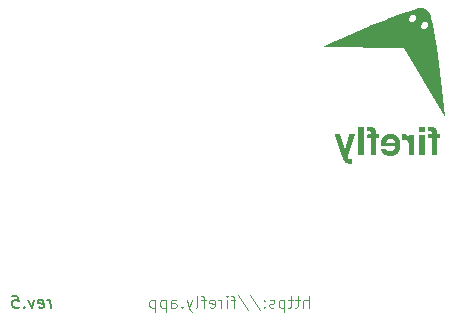
<source format=gbr>
%TF.GenerationSoftware,KiCad,Pcbnew,7.0.10*%
%TF.CreationDate,2024-04-07T01:49:58-04:00*%
%TF.ProjectId,pixie-rev-4,70697869-652d-4726-9576-2d342e6b6963,rev?*%
%TF.SameCoordinates,Original*%
%TF.FileFunction,Legend,Bot*%
%TF.FilePolarity,Positive*%
%FSLAX46Y46*%
G04 Gerber Fmt 4.6, Leading zero omitted, Abs format (unit mm)*
G04 Created by KiCad (PCBNEW 7.0.10) date 2024-04-07 01:49:58*
%MOMM*%
%LPD*%
G01*
G04 APERTURE LIST*
%ADD10C,0.125000*%
%ADD11C,0.150000*%
%ADD12C,5.000000*%
%ADD13C,0.500000*%
%ADD14O,1.300000X2.100000*%
%ADD15O,1.300000X2.500000*%
G04 APERTURE END LIST*
D10*
X126714286Y-98756119D02*
X126714286Y-97756119D01*
X126285715Y-98756119D02*
X126285715Y-98232309D01*
X126285715Y-98232309D02*
X126333334Y-98137071D01*
X126333334Y-98137071D02*
X126428572Y-98089452D01*
X126428572Y-98089452D02*
X126571429Y-98089452D01*
X126571429Y-98089452D02*
X126666667Y-98137071D01*
X126666667Y-98137071D02*
X126714286Y-98184690D01*
X125952381Y-98089452D02*
X125571429Y-98089452D01*
X125809524Y-97756119D02*
X125809524Y-98613261D01*
X125809524Y-98613261D02*
X125761905Y-98708500D01*
X125761905Y-98708500D02*
X125666667Y-98756119D01*
X125666667Y-98756119D02*
X125571429Y-98756119D01*
X125380952Y-98089452D02*
X125000000Y-98089452D01*
X125238095Y-97756119D02*
X125238095Y-98613261D01*
X125238095Y-98613261D02*
X125190476Y-98708500D01*
X125190476Y-98708500D02*
X125095238Y-98756119D01*
X125095238Y-98756119D02*
X125000000Y-98756119D01*
X124666666Y-98089452D02*
X124666666Y-99089452D01*
X124666666Y-98137071D02*
X124571428Y-98089452D01*
X124571428Y-98089452D02*
X124380952Y-98089452D01*
X124380952Y-98089452D02*
X124285714Y-98137071D01*
X124285714Y-98137071D02*
X124238095Y-98184690D01*
X124238095Y-98184690D02*
X124190476Y-98279928D01*
X124190476Y-98279928D02*
X124190476Y-98565642D01*
X124190476Y-98565642D02*
X124238095Y-98660880D01*
X124238095Y-98660880D02*
X124285714Y-98708500D01*
X124285714Y-98708500D02*
X124380952Y-98756119D01*
X124380952Y-98756119D02*
X124571428Y-98756119D01*
X124571428Y-98756119D02*
X124666666Y-98708500D01*
X123809523Y-98708500D02*
X123714285Y-98756119D01*
X123714285Y-98756119D02*
X123523809Y-98756119D01*
X123523809Y-98756119D02*
X123428571Y-98708500D01*
X123428571Y-98708500D02*
X123380952Y-98613261D01*
X123380952Y-98613261D02*
X123380952Y-98565642D01*
X123380952Y-98565642D02*
X123428571Y-98470404D01*
X123428571Y-98470404D02*
X123523809Y-98422785D01*
X123523809Y-98422785D02*
X123666666Y-98422785D01*
X123666666Y-98422785D02*
X123761904Y-98375166D01*
X123761904Y-98375166D02*
X123809523Y-98279928D01*
X123809523Y-98279928D02*
X123809523Y-98232309D01*
X123809523Y-98232309D02*
X123761904Y-98137071D01*
X123761904Y-98137071D02*
X123666666Y-98089452D01*
X123666666Y-98089452D02*
X123523809Y-98089452D01*
X123523809Y-98089452D02*
X123428571Y-98137071D01*
X122952380Y-98660880D02*
X122904761Y-98708500D01*
X122904761Y-98708500D02*
X122952380Y-98756119D01*
X122952380Y-98756119D02*
X122999999Y-98708500D01*
X122999999Y-98708500D02*
X122952380Y-98660880D01*
X122952380Y-98660880D02*
X122952380Y-98756119D01*
X122952380Y-98137071D02*
X122904761Y-98184690D01*
X122904761Y-98184690D02*
X122952380Y-98232309D01*
X122952380Y-98232309D02*
X122999999Y-98184690D01*
X122999999Y-98184690D02*
X122952380Y-98137071D01*
X122952380Y-98137071D02*
X122952380Y-98232309D01*
X121761905Y-97708500D02*
X122619047Y-98994214D01*
X120714286Y-97708500D02*
X121571428Y-98994214D01*
X120523809Y-98089452D02*
X120142857Y-98089452D01*
X120380952Y-98756119D02*
X120380952Y-97898976D01*
X120380952Y-97898976D02*
X120333333Y-97803738D01*
X120333333Y-97803738D02*
X120238095Y-97756119D01*
X120238095Y-97756119D02*
X120142857Y-97756119D01*
X119809523Y-98756119D02*
X119809523Y-98089452D01*
X119809523Y-97756119D02*
X119857142Y-97803738D01*
X119857142Y-97803738D02*
X119809523Y-97851357D01*
X119809523Y-97851357D02*
X119761904Y-97803738D01*
X119761904Y-97803738D02*
X119809523Y-97756119D01*
X119809523Y-97756119D02*
X119809523Y-97851357D01*
X119333333Y-98756119D02*
X119333333Y-98089452D01*
X119333333Y-98279928D02*
X119285714Y-98184690D01*
X119285714Y-98184690D02*
X119238095Y-98137071D01*
X119238095Y-98137071D02*
X119142857Y-98089452D01*
X119142857Y-98089452D02*
X119047619Y-98089452D01*
X118333333Y-98708500D02*
X118428571Y-98756119D01*
X118428571Y-98756119D02*
X118619047Y-98756119D01*
X118619047Y-98756119D02*
X118714285Y-98708500D01*
X118714285Y-98708500D02*
X118761904Y-98613261D01*
X118761904Y-98613261D02*
X118761904Y-98232309D01*
X118761904Y-98232309D02*
X118714285Y-98137071D01*
X118714285Y-98137071D02*
X118619047Y-98089452D01*
X118619047Y-98089452D02*
X118428571Y-98089452D01*
X118428571Y-98089452D02*
X118333333Y-98137071D01*
X118333333Y-98137071D02*
X118285714Y-98232309D01*
X118285714Y-98232309D02*
X118285714Y-98327547D01*
X118285714Y-98327547D02*
X118761904Y-98422785D01*
X117999999Y-98089452D02*
X117619047Y-98089452D01*
X117857142Y-98756119D02*
X117857142Y-97898976D01*
X117857142Y-97898976D02*
X117809523Y-97803738D01*
X117809523Y-97803738D02*
X117714285Y-97756119D01*
X117714285Y-97756119D02*
X117619047Y-97756119D01*
X117142856Y-98756119D02*
X117238094Y-98708500D01*
X117238094Y-98708500D02*
X117285713Y-98613261D01*
X117285713Y-98613261D02*
X117285713Y-97756119D01*
X116857141Y-98089452D02*
X116619046Y-98756119D01*
X116380951Y-98089452D02*
X116619046Y-98756119D01*
X116619046Y-98756119D02*
X116714284Y-98994214D01*
X116714284Y-98994214D02*
X116761903Y-99041833D01*
X116761903Y-99041833D02*
X116857141Y-99089452D01*
X115999998Y-98660880D02*
X115952379Y-98708500D01*
X115952379Y-98708500D02*
X115999998Y-98756119D01*
X115999998Y-98756119D02*
X116047617Y-98708500D01*
X116047617Y-98708500D02*
X115999998Y-98660880D01*
X115999998Y-98660880D02*
X115999998Y-98756119D01*
X115095237Y-98756119D02*
X115095237Y-98232309D01*
X115095237Y-98232309D02*
X115142856Y-98137071D01*
X115142856Y-98137071D02*
X115238094Y-98089452D01*
X115238094Y-98089452D02*
X115428570Y-98089452D01*
X115428570Y-98089452D02*
X115523808Y-98137071D01*
X115095237Y-98708500D02*
X115190475Y-98756119D01*
X115190475Y-98756119D02*
X115428570Y-98756119D01*
X115428570Y-98756119D02*
X115523808Y-98708500D01*
X115523808Y-98708500D02*
X115571427Y-98613261D01*
X115571427Y-98613261D02*
X115571427Y-98518023D01*
X115571427Y-98518023D02*
X115523808Y-98422785D01*
X115523808Y-98422785D02*
X115428570Y-98375166D01*
X115428570Y-98375166D02*
X115190475Y-98375166D01*
X115190475Y-98375166D02*
X115095237Y-98327547D01*
X114619046Y-98089452D02*
X114619046Y-99089452D01*
X114619046Y-98137071D02*
X114523808Y-98089452D01*
X114523808Y-98089452D02*
X114333332Y-98089452D01*
X114333332Y-98089452D02*
X114238094Y-98137071D01*
X114238094Y-98137071D02*
X114190475Y-98184690D01*
X114190475Y-98184690D02*
X114142856Y-98279928D01*
X114142856Y-98279928D02*
X114142856Y-98565642D01*
X114142856Y-98565642D02*
X114190475Y-98660880D01*
X114190475Y-98660880D02*
X114238094Y-98708500D01*
X114238094Y-98708500D02*
X114333332Y-98756119D01*
X114333332Y-98756119D02*
X114523808Y-98756119D01*
X114523808Y-98756119D02*
X114619046Y-98708500D01*
X113714284Y-98089452D02*
X113714284Y-99089452D01*
X113714284Y-98137071D02*
X113619046Y-98089452D01*
X113619046Y-98089452D02*
X113428570Y-98089452D01*
X113428570Y-98089452D02*
X113333332Y-98137071D01*
X113333332Y-98137071D02*
X113285713Y-98184690D01*
X113285713Y-98184690D02*
X113238094Y-98279928D01*
X113238094Y-98279928D02*
X113238094Y-98565642D01*
X113238094Y-98565642D02*
X113285713Y-98660880D01*
X113285713Y-98660880D02*
X113333332Y-98708500D01*
X113333332Y-98708500D02*
X113428570Y-98756119D01*
X113428570Y-98756119D02*
X113619046Y-98756119D01*
X113619046Y-98756119D02*
X113714284Y-98708500D01*
D11*
X104901190Y-98754819D02*
X104817856Y-98088152D01*
X104841666Y-98278628D02*
X104782142Y-98183390D01*
X104782142Y-98183390D02*
X104728571Y-98135771D01*
X104728571Y-98135771D02*
X104627380Y-98088152D01*
X104627380Y-98088152D02*
X104532142Y-98088152D01*
X103895237Y-98707200D02*
X103996427Y-98754819D01*
X103996427Y-98754819D02*
X104186904Y-98754819D01*
X104186904Y-98754819D02*
X104276189Y-98707200D01*
X104276189Y-98707200D02*
X104311904Y-98611961D01*
X104311904Y-98611961D02*
X104264285Y-98231009D01*
X104264285Y-98231009D02*
X104204761Y-98135771D01*
X104204761Y-98135771D02*
X104103570Y-98088152D01*
X104103570Y-98088152D02*
X103913094Y-98088152D01*
X103913094Y-98088152D02*
X103823808Y-98135771D01*
X103823808Y-98135771D02*
X103788094Y-98231009D01*
X103788094Y-98231009D02*
X103799999Y-98326247D01*
X103799999Y-98326247D02*
X104288094Y-98421485D01*
X103436903Y-98088152D02*
X103282142Y-98754819D01*
X103282142Y-98754819D02*
X102960713Y-98088152D01*
X102651189Y-98659580D02*
X102609522Y-98707200D01*
X102609522Y-98707200D02*
X102663094Y-98754819D01*
X102663094Y-98754819D02*
X102704760Y-98707200D01*
X102704760Y-98707200D02*
X102651189Y-98659580D01*
X102651189Y-98659580D02*
X102663094Y-98754819D01*
X101585713Y-97754819D02*
X102061904Y-97754819D01*
X102061904Y-97754819D02*
X102169047Y-98231009D01*
X102169047Y-98231009D02*
X102115475Y-98183390D01*
X102115475Y-98183390D02*
X102014285Y-98135771D01*
X102014285Y-98135771D02*
X101776189Y-98135771D01*
X101776189Y-98135771D02*
X101686904Y-98183390D01*
X101686904Y-98183390D02*
X101645237Y-98231009D01*
X101645237Y-98231009D02*
X101609523Y-98326247D01*
X101609523Y-98326247D02*
X101639285Y-98564342D01*
X101639285Y-98564342D02*
X101698808Y-98659580D01*
X101698808Y-98659580D02*
X101752380Y-98707200D01*
X101752380Y-98707200D02*
X101853570Y-98754819D01*
X101853570Y-98754819D02*
X102091666Y-98754819D01*
X102091666Y-98754819D02*
X102180951Y-98707200D01*
X102180951Y-98707200D02*
X102222618Y-98659580D01*
%TO.C,branding-logo-1*%
G36*
X137215416Y-74788602D02*
G01*
X137331339Y-75332979D01*
X137571045Y-76736242D01*
X137775405Y-78165550D01*
X137943860Y-79532722D01*
X138170823Y-81727937D01*
X138247469Y-82616440D01*
X134762907Y-76766504D01*
X127952531Y-76671254D01*
X128759800Y-76294471D01*
X129654056Y-75888511D01*
X130773321Y-75395301D01*
X131786207Y-74966156D01*
X136246882Y-74966156D01*
X136249204Y-74996441D01*
X136251412Y-75011180D01*
X136254316Y-75025610D01*
X136257911Y-75039703D01*
X136262195Y-75053430D01*
X136267165Y-75066762D01*
X136272818Y-75079669D01*
X136279152Y-75092123D01*
X136286163Y-75104094D01*
X136293848Y-75115553D01*
X136302204Y-75126472D01*
X136311229Y-75136821D01*
X136320920Y-75146572D01*
X136331274Y-75155694D01*
X136342287Y-75164160D01*
X136353957Y-75171939D01*
X136366282Y-75179004D01*
X136378346Y-75185284D01*
X136390710Y-75190736D01*
X136403348Y-75195368D01*
X136416232Y-75199189D01*
X136429337Y-75202207D01*
X136442637Y-75204433D01*
X136456106Y-75205873D01*
X136469717Y-75206537D01*
X136483444Y-75206434D01*
X136497262Y-75205572D01*
X136511143Y-75203960D01*
X136525063Y-75201607D01*
X136538993Y-75198522D01*
X136552910Y-75194712D01*
X136566785Y-75190188D01*
X136580594Y-75184957D01*
X136594310Y-75179029D01*
X136607906Y-75172411D01*
X136621358Y-75165114D01*
X136634637Y-75157145D01*
X136647719Y-75148513D01*
X136660577Y-75139227D01*
X136673186Y-75129296D01*
X136685518Y-75118728D01*
X136697548Y-75107533D01*
X136709249Y-75095718D01*
X136720596Y-75083293D01*
X136731562Y-75070266D01*
X136742120Y-75056646D01*
X136752246Y-75042442D01*
X136761913Y-75027663D01*
X136771094Y-75012316D01*
X136787562Y-74980729D01*
X136801263Y-74948630D01*
X136812219Y-74916253D01*
X136820455Y-74883828D01*
X136825994Y-74851590D01*
X136828858Y-74819770D01*
X136829071Y-74788602D01*
X136826657Y-74758317D01*
X136821638Y-74729148D01*
X136814037Y-74701328D01*
X136809276Y-74687996D01*
X136803879Y-74675089D01*
X136797848Y-74662635D01*
X136791186Y-74650664D01*
X136783896Y-74639205D01*
X136775981Y-74628286D01*
X136767445Y-74617937D01*
X136758289Y-74608186D01*
X136748516Y-74599064D01*
X136738131Y-74590598D01*
X136727135Y-74582819D01*
X136715532Y-74575754D01*
X136703467Y-74569474D01*
X136691103Y-74564022D01*
X136678465Y-74559390D01*
X136665581Y-74555569D01*
X136652476Y-74552550D01*
X136639176Y-74550325D01*
X136625707Y-74548885D01*
X136612096Y-74548221D01*
X136598369Y-74548324D01*
X136584551Y-74549186D01*
X136570670Y-74550798D01*
X136556750Y-74553151D01*
X136542820Y-74556236D01*
X136528903Y-74560046D01*
X136515028Y-74564570D01*
X136501219Y-74569801D01*
X136487503Y-74575729D01*
X136473907Y-74582347D01*
X136460456Y-74589644D01*
X136447176Y-74597613D01*
X136434094Y-74606245D01*
X136421236Y-74615531D01*
X136408627Y-74625462D01*
X136396295Y-74636029D01*
X136384265Y-74647225D01*
X136372564Y-74659040D01*
X136361217Y-74671465D01*
X136350252Y-74684492D01*
X136339693Y-74698111D01*
X136329567Y-74712315D01*
X136319900Y-74727095D01*
X136310719Y-74742441D01*
X136292856Y-74774029D01*
X136277946Y-74806127D01*
X136265966Y-74838505D01*
X136256893Y-74870930D01*
X136250703Y-74903168D01*
X136247374Y-74934988D01*
X136246882Y-74966156D01*
X131786207Y-74966156D01*
X132041042Y-74858186D01*
X133255267Y-74370844D01*
X135218303Y-74370844D01*
X135220305Y-74401129D01*
X135225004Y-74430298D01*
X135228369Y-74444391D01*
X135232413Y-74458118D01*
X135237137Y-74471449D01*
X135242542Y-74484356D01*
X135248631Y-74496810D01*
X135255404Y-74508781D01*
X135262863Y-74520241D01*
X135271009Y-74531160D01*
X135279845Y-74541509D01*
X135289371Y-74551259D01*
X135299588Y-74560382D01*
X135310499Y-74568847D01*
X135322105Y-74576627D01*
X135334407Y-74583691D01*
X135346471Y-74589971D01*
X135358835Y-74595423D01*
X135371473Y-74600055D01*
X135384357Y-74603876D01*
X135397462Y-74606895D01*
X135410762Y-74609120D01*
X135424231Y-74610560D01*
X135437842Y-74611225D01*
X135451569Y-74611121D01*
X135465387Y-74610259D01*
X135479268Y-74608648D01*
X135493188Y-74606295D01*
X135507118Y-74603209D01*
X135521035Y-74599400D01*
X135534910Y-74594875D01*
X135548719Y-74589644D01*
X135562435Y-74583716D01*
X135576031Y-74577099D01*
X135589483Y-74569801D01*
X135602762Y-74561832D01*
X135615844Y-74553200D01*
X135628702Y-74543915D01*
X135641311Y-74533984D01*
X135653643Y-74523416D01*
X135665673Y-74512220D01*
X135677374Y-74500406D01*
X135688721Y-74487981D01*
X135699686Y-74474954D01*
X135710245Y-74461334D01*
X135720371Y-74447130D01*
X135730038Y-74432350D01*
X135739219Y-74417004D01*
X135755687Y-74385417D01*
X135769388Y-74353318D01*
X135780344Y-74320940D01*
X135788580Y-74288516D01*
X135794119Y-74256277D01*
X135796983Y-74224457D01*
X135797196Y-74193289D01*
X135794781Y-74163004D01*
X135789762Y-74133835D01*
X135782162Y-74106015D01*
X135777401Y-74092683D01*
X135772004Y-74079776D01*
X135765973Y-74067323D01*
X135759311Y-74055351D01*
X135752021Y-74043892D01*
X135744106Y-74032973D01*
X135735569Y-74022624D01*
X135726414Y-74012873D01*
X135716641Y-74003751D01*
X135706256Y-73995285D01*
X135695260Y-73987506D01*
X135683656Y-73980441D01*
X135671592Y-73974161D01*
X135659228Y-73968710D01*
X135646590Y-73964078D01*
X135633706Y-73960257D01*
X135620601Y-73957238D01*
X135607300Y-73955013D01*
X135593832Y-73953572D01*
X135580221Y-73952908D01*
X135566493Y-73953011D01*
X135552676Y-73953873D01*
X135538794Y-73955485D01*
X135524875Y-73957838D01*
X135510944Y-73960924D01*
X135497028Y-73964733D01*
X135483152Y-73969257D01*
X135469344Y-73974488D01*
X135455628Y-73980417D01*
X135442031Y-73987034D01*
X135428580Y-73994332D01*
X135415301Y-74002301D01*
X135402218Y-74010932D01*
X135389360Y-74020218D01*
X135376752Y-74030149D01*
X135364420Y-74040717D01*
X135352390Y-74051912D01*
X135340689Y-74063727D01*
X135329342Y-74076152D01*
X135318376Y-74089179D01*
X135307817Y-74102799D01*
X135297692Y-74117003D01*
X135288025Y-74131782D01*
X135278844Y-74147129D01*
X135262289Y-74178716D01*
X135248350Y-74210815D01*
X135237038Y-74243193D01*
X135228367Y-74275617D01*
X135222346Y-74307855D01*
X135218987Y-74339675D01*
X135218303Y-74370844D01*
X133255267Y-74370844D01*
X133380666Y-74320514D01*
X134053518Y-74065014D01*
X134715638Y-73825629D01*
X135357457Y-73607778D01*
X135969406Y-73416879D01*
X136014090Y-73405454D01*
X136058794Y-73396452D01*
X136103450Y-73389831D01*
X136147985Y-73385548D01*
X136192328Y-73383561D01*
X136236408Y-73383829D01*
X136280153Y-73386308D01*
X136323493Y-73390958D01*
X136366357Y-73397736D01*
X136408672Y-73406599D01*
X136450369Y-73417505D01*
X136491375Y-73430413D01*
X136531619Y-73445280D01*
X136571031Y-73462064D01*
X136609538Y-73480723D01*
X136647071Y-73501215D01*
X136683557Y-73523497D01*
X136718925Y-73547528D01*
X136753104Y-73573265D01*
X136786023Y-73600666D01*
X136817611Y-73629689D01*
X136847797Y-73660292D01*
X136876508Y-73692433D01*
X136903675Y-73726069D01*
X136929226Y-73761159D01*
X136953089Y-73797660D01*
X136975193Y-73835530D01*
X136995468Y-73874727D01*
X137013842Y-73915209D01*
X137030243Y-73956933D01*
X137044601Y-73999858D01*
X137056844Y-74043941D01*
X137088647Y-74193289D01*
X137215416Y-74788602D01*
G37*
%TO.C,branding-name-1*%
G36*
X136550878Y-85857250D02*
G01*
X136085212Y-85857250D01*
X136085212Y-84148042D01*
X136085273Y-84145097D01*
X136085457Y-84142215D01*
X136085761Y-84139400D01*
X136086183Y-84136652D01*
X136086721Y-84133975D01*
X136087374Y-84131368D01*
X136088139Y-84128836D01*
X136089015Y-84126379D01*
X136089999Y-84124000D01*
X136091090Y-84121700D01*
X136092285Y-84119481D01*
X136093583Y-84117346D01*
X136094982Y-84115296D01*
X136096480Y-84113333D01*
X136098074Y-84111460D01*
X136099764Y-84109677D01*
X136101546Y-84107988D01*
X136103420Y-84106393D01*
X136105383Y-84104896D01*
X136107432Y-84103497D01*
X136109568Y-84102199D01*
X136111786Y-84101003D01*
X136114086Y-84099913D01*
X136116466Y-84098929D01*
X136118922Y-84098053D01*
X136121455Y-84097288D01*
X136124061Y-84096635D01*
X136126739Y-84096097D01*
X136129486Y-84095675D01*
X136132302Y-84095371D01*
X136135183Y-84095187D01*
X136138128Y-84095125D01*
X136550878Y-84095125D01*
X136550878Y-85857250D01*
G37*
G36*
X136550878Y-83888750D02*
G01*
X136079920Y-83888750D01*
X136079920Y-83513042D01*
X136079981Y-83510097D01*
X136080165Y-83507215D01*
X136080469Y-83504400D01*
X136080891Y-83501652D01*
X136081430Y-83498975D01*
X136082082Y-83496369D01*
X136082848Y-83493836D01*
X136083723Y-83491379D01*
X136084707Y-83489000D01*
X136085798Y-83486700D01*
X136086993Y-83484481D01*
X136088291Y-83482346D01*
X136089690Y-83480296D01*
X136091188Y-83478333D01*
X136092782Y-83476460D01*
X136094472Y-83474677D01*
X136096254Y-83472988D01*
X136098128Y-83471393D01*
X136100091Y-83469896D01*
X136102141Y-83468497D01*
X136104276Y-83467199D01*
X136106494Y-83466003D01*
X136108794Y-83464913D01*
X136111174Y-83463929D01*
X136113631Y-83463053D01*
X136116163Y-83462288D01*
X136118769Y-83461635D01*
X136121447Y-83461097D01*
X136124195Y-83460675D01*
X136127010Y-83460371D01*
X136129891Y-83460187D01*
X136132837Y-83460125D01*
X136550878Y-83460125D01*
X136550878Y-83888750D01*
G37*
G36*
X131396795Y-85857250D02*
G01*
X130931128Y-85857250D01*
X130931128Y-83528917D01*
X130931190Y-83525972D01*
X130931373Y-83523090D01*
X130931677Y-83520275D01*
X130932099Y-83517527D01*
X130932638Y-83514850D01*
X130933291Y-83512244D01*
X130934056Y-83509711D01*
X130934931Y-83507254D01*
X130935915Y-83504875D01*
X130937006Y-83502575D01*
X130938202Y-83500356D01*
X130939500Y-83498221D01*
X130940898Y-83496171D01*
X130942396Y-83494208D01*
X130943991Y-83492335D01*
X130945680Y-83490552D01*
X130947463Y-83488863D01*
X130949336Y-83487268D01*
X130951299Y-83485771D01*
X130953349Y-83484372D01*
X130955484Y-83483074D01*
X130957703Y-83481878D01*
X130960003Y-83480788D01*
X130962382Y-83479804D01*
X130964839Y-83478928D01*
X130967371Y-83478163D01*
X130969977Y-83477510D01*
X130972655Y-83476972D01*
X130975403Y-83476550D01*
X130978218Y-83476246D01*
X130981099Y-83476062D01*
X130984045Y-83476000D01*
X131396795Y-83476000D01*
X131396795Y-85857250D01*
G37*
G36*
X129772253Y-85396875D02*
G01*
X130142670Y-84126875D01*
X130144776Y-84122971D01*
X130147114Y-84119206D01*
X130149670Y-84115597D01*
X130152427Y-84112157D01*
X130155370Y-84108904D01*
X130158483Y-84105853D01*
X130161752Y-84103018D01*
X130165160Y-84100417D01*
X130168692Y-84098063D01*
X130172333Y-84095972D01*
X130176066Y-84094161D01*
X130179878Y-84092644D01*
X130183751Y-84091438D01*
X130187670Y-84090557D01*
X130189643Y-84090243D01*
X130191621Y-84090017D01*
X130193603Y-84089879D01*
X130195587Y-84089833D01*
X130671837Y-84089833D01*
X130015671Y-85915458D01*
X130025582Y-85951663D01*
X130035432Y-85984829D01*
X130040314Y-86000253D01*
X130045157Y-86014894D01*
X130049954Y-86028745D01*
X130054697Y-86041797D01*
X130059377Y-86054043D01*
X130063988Y-86065475D01*
X130068521Y-86076086D01*
X130072969Y-86085867D01*
X130077324Y-86094810D01*
X130081579Y-86102909D01*
X130085724Y-86110156D01*
X130089754Y-86116542D01*
X130097255Y-86125222D01*
X130105856Y-86133399D01*
X130115543Y-86141064D01*
X130126300Y-86148209D01*
X130138110Y-86154828D01*
X130150960Y-86160911D01*
X130164832Y-86166452D01*
X130179712Y-86171443D01*
X130195585Y-86175875D01*
X130212434Y-86179742D01*
X130230244Y-86183035D01*
X130249000Y-86185747D01*
X130268686Y-86187869D01*
X130289287Y-86189395D01*
X130310787Y-86190316D01*
X130333170Y-86190625D01*
X130365830Y-86190542D01*
X130379772Y-86190346D01*
X130392040Y-86189964D01*
X130397527Y-86189683D01*
X130402572Y-86189333D01*
X130407167Y-86188906D01*
X130411305Y-86188393D01*
X130414978Y-86187787D01*
X130418178Y-86187080D01*
X130420897Y-86186265D01*
X130423128Y-86185333D01*
X130423128Y-86555750D01*
X130200879Y-86561042D01*
X130166833Y-86560608D01*
X130134144Y-86559305D01*
X130102804Y-86557135D01*
X130072804Y-86554096D01*
X130044138Y-86550190D01*
X130016797Y-86545415D01*
X129990774Y-86539772D01*
X129966061Y-86533261D01*
X129942650Y-86525881D01*
X129920534Y-86517634D01*
X129899705Y-86508518D01*
X129880154Y-86498534D01*
X129861875Y-86487682D01*
X129844859Y-86475962D01*
X129829099Y-86463373D01*
X129814587Y-86449917D01*
X129801444Y-86434724D01*
X129787819Y-86416927D01*
X129773730Y-86396525D01*
X129759190Y-86373518D01*
X129728825Y-86319692D01*
X129696848Y-86255448D01*
X129663382Y-86180786D01*
X129628552Y-86095706D01*
X129592482Y-86000208D01*
X129555296Y-85894292D01*
X128946754Y-84163917D01*
X128945389Y-84160926D01*
X128944266Y-84157912D01*
X128943380Y-84154883D01*
X128942724Y-84151845D01*
X128942292Y-84148808D01*
X128942080Y-84145778D01*
X128942081Y-84142764D01*
X128942289Y-84139774D01*
X128942699Y-84136814D01*
X128943305Y-84133893D01*
X128944100Y-84131018D01*
X128945080Y-84128198D01*
X128946238Y-84125440D01*
X128947568Y-84122751D01*
X128949065Y-84120141D01*
X128950723Y-84117615D01*
X128952536Y-84115182D01*
X128954498Y-84112850D01*
X128956603Y-84110627D01*
X128958846Y-84108520D01*
X128961221Y-84106537D01*
X128963722Y-84104685D01*
X128966343Y-84102974D01*
X128969078Y-84101409D01*
X128971922Y-84100000D01*
X128974868Y-84098753D01*
X128977912Y-84097677D01*
X128981046Y-84096779D01*
X128984266Y-84096067D01*
X128987565Y-84095549D01*
X128990938Y-84095233D01*
X128994379Y-84095125D01*
X128994379Y-84089833D01*
X129401837Y-84089833D01*
X129772253Y-85396875D01*
G37*
G36*
X134746808Y-84047764D02*
G01*
X134762856Y-84048553D01*
X134778690Y-84049868D01*
X134794314Y-84051707D01*
X134809728Y-84054069D01*
X134824935Y-84056953D01*
X134839936Y-84060359D01*
X134854734Y-84064285D01*
X134869330Y-84068730D01*
X134883727Y-84073694D01*
X134897926Y-84079175D01*
X134911929Y-84085172D01*
X134925739Y-84091685D01*
X134939356Y-84098713D01*
X134952784Y-84106254D01*
X134966024Y-84114307D01*
X134991948Y-84131948D01*
X135017142Y-84151628D01*
X135041624Y-84173339D01*
X135065408Y-84197072D01*
X135088510Y-84222822D01*
X135110945Y-84250578D01*
X135132729Y-84280335D01*
X135153878Y-84312084D01*
X135169670Y-84335979D01*
X135177412Y-84348081D01*
X135184967Y-84360370D01*
X135192274Y-84372907D01*
X135199271Y-84385753D01*
X135205896Y-84398972D01*
X135209049Y-84405741D01*
X135212086Y-84412625D01*
X135212086Y-84148042D01*
X135212148Y-84145097D01*
X135212332Y-84142215D01*
X135212636Y-84139400D01*
X135213058Y-84136652D01*
X135213596Y-84133975D01*
X135214249Y-84131368D01*
X135215014Y-84128836D01*
X135215890Y-84126379D01*
X135216874Y-84124000D01*
X135217965Y-84121700D01*
X135219160Y-84119481D01*
X135220458Y-84117346D01*
X135221857Y-84115296D01*
X135223354Y-84113333D01*
X135224949Y-84111460D01*
X135226639Y-84109677D01*
X135228421Y-84107988D01*
X135230295Y-84106393D01*
X135232257Y-84104896D01*
X135234307Y-84103497D01*
X135236443Y-84102199D01*
X135238661Y-84101003D01*
X135240961Y-84099913D01*
X135243340Y-84098929D01*
X135245797Y-84098053D01*
X135248330Y-84097288D01*
X135250936Y-84096635D01*
X135253614Y-84096097D01*
X135256361Y-84095675D01*
X135259177Y-84095371D01*
X135262058Y-84095187D01*
X135265003Y-84095125D01*
X135651295Y-84095125D01*
X135651295Y-85857250D01*
X135185628Y-85857250D01*
X135185628Y-84941792D01*
X135185195Y-84915437D01*
X135183902Y-84889950D01*
X135181756Y-84865331D01*
X135178766Y-84841581D01*
X135174938Y-84818699D01*
X135170280Y-84796684D01*
X135164801Y-84775538D01*
X135158508Y-84755261D01*
X135151409Y-84735851D01*
X135143512Y-84717309D01*
X135134824Y-84699636D01*
X135125353Y-84682831D01*
X135115107Y-84666894D01*
X135104093Y-84651825D01*
X135092320Y-84637624D01*
X135079795Y-84624292D01*
X135066462Y-84611767D01*
X135052261Y-84599994D01*
X135037193Y-84588980D01*
X135021256Y-84578734D01*
X135004450Y-84569263D01*
X134986777Y-84560575D01*
X134968236Y-84552677D01*
X134948826Y-84545578D01*
X134928548Y-84539285D01*
X134907402Y-84533806D01*
X134885388Y-84529149D01*
X134862506Y-84525321D01*
X134838755Y-84522330D01*
X134814137Y-84520184D01*
X134788650Y-84518891D01*
X134762295Y-84518458D01*
X134726659Y-84518541D01*
X134708996Y-84518738D01*
X134691519Y-84519120D01*
X134674290Y-84519750D01*
X134657371Y-84520691D01*
X134640824Y-84522004D01*
X134624712Y-84523750D01*
X134624712Y-84100417D01*
X134624788Y-84097937D01*
X134625015Y-84095462D01*
X134625387Y-84092997D01*
X134625900Y-84090547D01*
X134626549Y-84088115D01*
X134627328Y-84085708D01*
X134628233Y-84083330D01*
X134629259Y-84080986D01*
X134630402Y-84078681D01*
X134631656Y-84076420D01*
X134633016Y-84074206D01*
X134634478Y-84072046D01*
X134636038Y-84069945D01*
X134637689Y-84067906D01*
X134639427Y-84065935D01*
X134641248Y-84064037D01*
X134643146Y-84062216D01*
X134645117Y-84060477D01*
X134647156Y-84058826D01*
X134649258Y-84057267D01*
X134651418Y-84055805D01*
X134653631Y-84054444D01*
X134655893Y-84053190D01*
X134658198Y-84052048D01*
X134660542Y-84051021D01*
X134662920Y-84050116D01*
X134665327Y-84049337D01*
X134667758Y-84048689D01*
X134670209Y-84048176D01*
X134672674Y-84047804D01*
X134675149Y-84047577D01*
X134677628Y-84047500D01*
X134730545Y-84047500D01*
X134746808Y-84047764D01*
G37*
G36*
X137087755Y-83439455D02*
G01*
X137120807Y-83440943D01*
X137152743Y-83443423D01*
X137183563Y-83446896D01*
X137213267Y-83451361D01*
X137241854Y-83456818D01*
X137269325Y-83463267D01*
X137295680Y-83470709D01*
X137320919Y-83479142D01*
X137345041Y-83488568D01*
X137368048Y-83498986D01*
X137389938Y-83510396D01*
X137410712Y-83522798D01*
X137430370Y-83536193D01*
X137448911Y-83550580D01*
X137466336Y-83565958D01*
X137482647Y-83581398D01*
X137497849Y-83597946D01*
X137511950Y-83615595D01*
X137524958Y-83634337D01*
X137536881Y-83654164D01*
X137547727Y-83675068D01*
X137557503Y-83697042D01*
X137566217Y-83720078D01*
X137573876Y-83744169D01*
X137580490Y-83769305D01*
X137586064Y-83795481D01*
X137590608Y-83822687D01*
X137594128Y-83850917D01*
X137596633Y-83880162D01*
X137598131Y-83910414D01*
X137598628Y-83941667D01*
X137598628Y-84089834D01*
X137857920Y-84089834D01*
X137857920Y-84417917D01*
X137598628Y-84417917D01*
X137598628Y-85851958D01*
X137132961Y-85851958D01*
X137132961Y-84417917D01*
X136831336Y-84417917D01*
X136831336Y-84142750D01*
X136831398Y-84139805D01*
X136831582Y-84136924D01*
X136831886Y-84134108D01*
X136832308Y-84131361D01*
X136832846Y-84128683D01*
X136833499Y-84126077D01*
X136834264Y-84123544D01*
X136835140Y-84121088D01*
X136836124Y-84118708D01*
X136837215Y-84116408D01*
X136838410Y-84114190D01*
X136839708Y-84112055D01*
X136841107Y-84110005D01*
X136842604Y-84108042D01*
X136844199Y-84106168D01*
X136845889Y-84104386D01*
X136847671Y-84102696D01*
X136849545Y-84101102D01*
X136851507Y-84099604D01*
X136853557Y-84098205D01*
X136855693Y-84096907D01*
X136857911Y-84095712D01*
X136860211Y-84094621D01*
X136862590Y-84093637D01*
X136865047Y-84092762D01*
X136867580Y-84091996D01*
X136870186Y-84091344D01*
X136872864Y-84090805D01*
X136875611Y-84090383D01*
X136878427Y-84090079D01*
X136881308Y-84089895D01*
X136884253Y-84089834D01*
X137132961Y-84089834D01*
X137132961Y-84010459D01*
X137132837Y-83995945D01*
X137132465Y-83982161D01*
X137131845Y-83969089D01*
X137130977Y-83956715D01*
X137129861Y-83945023D01*
X137128497Y-83933998D01*
X137126884Y-83923624D01*
X137125024Y-83913886D01*
X137122915Y-83904767D01*
X137120559Y-83896254D01*
X137117954Y-83888329D01*
X137115102Y-83880978D01*
X137112001Y-83874185D01*
X137108653Y-83867935D01*
X137105056Y-83862212D01*
X137101211Y-83857000D01*
X137096996Y-83852224D01*
X137092292Y-83847812D01*
X137087108Y-83843757D01*
X137081450Y-83840050D01*
X137075328Y-83836685D01*
X137068748Y-83833653D01*
X137061719Y-83830946D01*
X137054248Y-83828558D01*
X137046343Y-83826479D01*
X137038011Y-83824702D01*
X137029261Y-83823221D01*
X137020100Y-83822026D01*
X137010536Y-83821110D01*
X137000577Y-83820465D01*
X136990230Y-83820084D01*
X136979503Y-83819959D01*
X136836628Y-83819959D01*
X136836628Y-83497167D01*
X136836690Y-83494687D01*
X136836872Y-83492212D01*
X136837173Y-83489747D01*
X136837590Y-83487297D01*
X136838118Y-83484865D01*
X136838756Y-83482458D01*
X136839501Y-83480081D01*
X136840349Y-83477737D01*
X136841298Y-83475431D01*
X136842345Y-83473170D01*
X136843487Y-83470956D01*
X136844721Y-83468797D01*
X136846044Y-83466695D01*
X136847453Y-83464656D01*
X136848946Y-83462685D01*
X136850519Y-83460787D01*
X136852169Y-83458966D01*
X136853895Y-83457227D01*
X136855692Y-83455576D01*
X136857557Y-83454017D01*
X136859489Y-83452555D01*
X136861483Y-83451194D01*
X136863538Y-83449940D01*
X136865650Y-83448798D01*
X136867816Y-83447771D01*
X136870033Y-83446866D01*
X136872299Y-83446087D01*
X136874610Y-83445439D01*
X136876964Y-83444926D01*
X136879358Y-83444554D01*
X136881789Y-83444327D01*
X136884253Y-83444250D01*
X136900366Y-83442504D01*
X136916913Y-83441191D01*
X136933832Y-83440250D01*
X136951061Y-83439620D01*
X136986201Y-83439041D01*
X137021837Y-83438959D01*
X137053587Y-83438959D01*
X137087755Y-83439455D01*
G37*
G36*
X131928381Y-83439455D02*
G01*
X131961433Y-83440943D01*
X131993369Y-83443423D01*
X132024189Y-83446896D01*
X132053892Y-83451361D01*
X132082480Y-83456818D01*
X132109951Y-83463267D01*
X132136306Y-83470709D01*
X132161545Y-83479142D01*
X132185667Y-83488568D01*
X132208673Y-83498986D01*
X132230563Y-83510396D01*
X132251337Y-83522798D01*
X132270995Y-83536193D01*
X132289537Y-83550580D01*
X132306962Y-83565958D01*
X132323272Y-83581398D01*
X132338474Y-83597946D01*
X132352575Y-83615595D01*
X132365584Y-83634337D01*
X132377507Y-83654164D01*
X132388352Y-83675068D01*
X132398128Y-83697042D01*
X132406842Y-83720078D01*
X132414502Y-83744169D01*
X132421115Y-83769305D01*
X132426690Y-83795481D01*
X132431233Y-83822687D01*
X132434754Y-83850917D01*
X132437259Y-83880162D01*
X132438756Y-83910414D01*
X132439254Y-83941667D01*
X132439254Y-84089834D01*
X132698545Y-84089834D01*
X132698545Y-84417917D01*
X132439254Y-84417917D01*
X132439254Y-85851958D01*
X131973587Y-85851958D01*
X131973587Y-84412625D01*
X131677254Y-84412625D01*
X131677254Y-84142750D01*
X131677315Y-84139805D01*
X131677499Y-84136924D01*
X131677803Y-84134108D01*
X131678225Y-84131361D01*
X131678764Y-84128683D01*
X131679416Y-84126077D01*
X131680181Y-84123544D01*
X131681057Y-84121088D01*
X131682041Y-84118708D01*
X131683132Y-84116408D01*
X131684327Y-84114190D01*
X131685625Y-84112055D01*
X131687024Y-84110005D01*
X131688522Y-84108042D01*
X131690116Y-84106168D01*
X131691806Y-84104386D01*
X131693588Y-84102696D01*
X131695462Y-84101102D01*
X131697424Y-84099604D01*
X131699474Y-84098205D01*
X131701610Y-84096907D01*
X131703828Y-84095712D01*
X131706128Y-84094621D01*
X131708507Y-84093637D01*
X131710964Y-84092762D01*
X131713497Y-84091996D01*
X131716103Y-84091344D01*
X131718781Y-84090805D01*
X131721528Y-84090383D01*
X131724344Y-84090079D01*
X131727225Y-84089895D01*
X131730170Y-84089834D01*
X131978879Y-84089834D01*
X131978879Y-84010459D01*
X131978755Y-83995945D01*
X131978383Y-83982161D01*
X131977763Y-83969089D01*
X131976894Y-83956715D01*
X131975778Y-83945023D01*
X131974414Y-83933998D01*
X131972802Y-83923624D01*
X131970941Y-83913886D01*
X131968833Y-83904767D01*
X131966476Y-83896254D01*
X131963872Y-83888329D01*
X131961019Y-83880978D01*
X131957919Y-83874185D01*
X131954570Y-83867935D01*
X131950974Y-83862212D01*
X131947129Y-83857000D01*
X131942913Y-83852224D01*
X131938210Y-83847812D01*
X131933025Y-83843757D01*
X131927368Y-83840050D01*
X131921245Y-83836685D01*
X131914666Y-83833653D01*
X131907636Y-83830946D01*
X131900165Y-83828558D01*
X131892260Y-83826479D01*
X131883928Y-83824702D01*
X131875178Y-83823221D01*
X131866017Y-83822026D01*
X131856453Y-83821110D01*
X131846494Y-83820465D01*
X131836147Y-83820084D01*
X131825420Y-83819959D01*
X131677254Y-83819959D01*
X131677254Y-83497167D01*
X131677315Y-83494687D01*
X131677498Y-83492212D01*
X131677799Y-83489747D01*
X131678215Y-83487297D01*
X131678743Y-83484865D01*
X131679381Y-83482458D01*
X131680126Y-83480081D01*
X131680974Y-83477737D01*
X131681923Y-83475431D01*
X131682970Y-83473170D01*
X131684112Y-83470956D01*
X131685346Y-83468797D01*
X131686669Y-83466695D01*
X131688078Y-83464656D01*
X131689571Y-83462685D01*
X131691144Y-83460787D01*
X131692795Y-83458966D01*
X131694520Y-83457227D01*
X131696317Y-83455576D01*
X131698182Y-83454017D01*
X131700114Y-83452555D01*
X131702108Y-83451194D01*
X131704163Y-83449940D01*
X131706275Y-83448798D01*
X131708441Y-83447771D01*
X131710658Y-83446866D01*
X131712924Y-83446087D01*
X131715235Y-83445439D01*
X131717589Y-83444926D01*
X131719983Y-83444554D01*
X131722413Y-83444327D01*
X131724878Y-83444250D01*
X131740991Y-83442504D01*
X131757538Y-83441191D01*
X131774457Y-83440250D01*
X131791686Y-83439620D01*
X131826826Y-83439041D01*
X131862462Y-83438959D01*
X131894212Y-83438959D01*
X131928381Y-83439455D01*
G37*
G36*
X134484606Y-84795500D02*
G01*
X134488947Y-84844651D01*
X134491551Y-84895181D01*
X134492419Y-84947084D01*
X134491553Y-85002892D01*
X134488957Y-85057196D01*
X134484641Y-85109981D01*
X134478611Y-85161231D01*
X134470877Y-85210931D01*
X134461445Y-85259065D01*
X134450323Y-85305617D01*
X134437518Y-85350573D01*
X134423040Y-85393917D01*
X134406895Y-85435633D01*
X134389091Y-85475705D01*
X134369636Y-85514119D01*
X134348538Y-85550858D01*
X134325804Y-85585908D01*
X134301443Y-85619252D01*
X134275461Y-85650875D01*
X134247928Y-85680701D01*
X134218907Y-85708660D01*
X134188397Y-85734742D01*
X134156399Y-85758941D01*
X134122912Y-85781248D01*
X134087938Y-85801657D01*
X134051475Y-85820158D01*
X134013524Y-85836745D01*
X133974084Y-85851409D01*
X133933157Y-85864144D01*
X133890741Y-85874940D01*
X133846837Y-85883791D01*
X133801444Y-85890689D01*
X133754563Y-85895625D01*
X133706194Y-85898593D01*
X133656337Y-85899584D01*
X133616088Y-85899024D01*
X133576693Y-85897341D01*
X133538135Y-85894526D01*
X133500398Y-85890571D01*
X133463467Y-85885469D01*
X133427327Y-85879213D01*
X133391963Y-85871793D01*
X133357357Y-85863203D01*
X133323497Y-85853435D01*
X133290364Y-85842481D01*
X133257945Y-85830333D01*
X133226223Y-85816984D01*
X133195184Y-85802425D01*
X133164811Y-85786650D01*
X133135090Y-85769650D01*
X133106004Y-85751417D01*
X133082686Y-85735170D01*
X133060353Y-85718179D01*
X133038996Y-85700443D01*
X133018608Y-85681964D01*
X132999182Y-85662740D01*
X132980709Y-85642773D01*
X132963181Y-85622061D01*
X132946592Y-85600605D01*
X132930933Y-85578404D01*
X132916196Y-85555460D01*
X132902374Y-85531772D01*
X132889458Y-85507339D01*
X132877442Y-85482162D01*
X132866318Y-85456241D01*
X132856077Y-85429576D01*
X132846712Y-85402167D01*
X132845827Y-85399176D01*
X132845155Y-85396162D01*
X132844690Y-85393133D01*
X132844428Y-85390096D01*
X132844363Y-85387058D01*
X132844491Y-85384029D01*
X132844807Y-85381015D01*
X132845306Y-85378024D01*
X132845984Y-85375064D01*
X132846835Y-85372143D01*
X132847854Y-85369269D01*
X132849037Y-85366448D01*
X132850379Y-85363690D01*
X132851876Y-85361002D01*
X132853521Y-85358391D01*
X132855311Y-85355865D01*
X132857240Y-85353432D01*
X132859304Y-85351100D01*
X132861498Y-85348877D01*
X132863817Y-85346770D01*
X132866256Y-85344787D01*
X132868810Y-85342936D01*
X132871475Y-85341224D01*
X132874245Y-85339659D01*
X132877116Y-85338250D01*
X132880083Y-85337003D01*
X132883141Y-85335927D01*
X132886286Y-85335029D01*
X132889511Y-85334317D01*
X132892814Y-85333799D01*
X132896188Y-85333483D01*
X132899628Y-85333375D01*
X133301795Y-85333375D01*
X133305019Y-85343235D01*
X133308740Y-85352971D01*
X133312957Y-85362583D01*
X133317670Y-85372071D01*
X133322879Y-85381435D01*
X133328584Y-85390674D01*
X133334785Y-85399790D01*
X133341482Y-85408782D01*
X133348676Y-85417649D01*
X133356365Y-85426393D01*
X133364551Y-85435013D01*
X133373232Y-85443508D01*
X133382410Y-85451880D01*
X133392084Y-85460128D01*
X133402254Y-85468251D01*
X133412920Y-85476251D01*
X133424827Y-85483008D01*
X133436743Y-85489387D01*
X133448674Y-85495377D01*
X133460628Y-85500972D01*
X133472613Y-85506165D01*
X133484636Y-85510946D01*
X133496707Y-85515309D01*
X133508831Y-85519245D01*
X133521018Y-85522747D01*
X133533274Y-85525808D01*
X133545608Y-85528419D01*
X133558027Y-85530573D01*
X133570539Y-85532261D01*
X133583152Y-85533477D01*
X133595874Y-85534212D01*
X133608711Y-85534459D01*
X133636056Y-85533903D01*
X133662517Y-85532247D01*
X133688078Y-85529505D01*
X133712726Y-85525694D01*
X133736442Y-85520829D01*
X133759214Y-85514925D01*
X133781024Y-85507998D01*
X133801857Y-85500063D01*
X133821698Y-85491136D01*
X133840532Y-85481232D01*
X133858342Y-85470367D01*
X133875114Y-85458556D01*
X133890831Y-85445816D01*
X133898290Y-85439101D01*
X133905479Y-85432160D01*
X133912397Y-85424994D01*
X133919041Y-85417606D01*
X133925411Y-85409996D01*
X133931503Y-85402167D01*
X133941177Y-85388836D01*
X133950354Y-85374644D01*
X133959036Y-85359600D01*
X133967222Y-85343711D01*
X133974911Y-85326984D01*
X133982105Y-85309428D01*
X133988802Y-85291051D01*
X133995003Y-85271860D01*
X134000708Y-85251862D01*
X134005917Y-85231066D01*
X134010630Y-85209480D01*
X134014847Y-85187110D01*
X134018568Y-85163966D01*
X134021792Y-85140054D01*
X134024521Y-85115382D01*
X134026753Y-85089959D01*
X132830836Y-85089959D01*
X132826951Y-85070115D01*
X132825163Y-85060193D01*
X132823561Y-85050271D01*
X132822207Y-85040349D01*
X132821163Y-85030427D01*
X132820491Y-85020506D01*
X132820314Y-85015545D01*
X132820253Y-85010584D01*
X132820253Y-84984125D01*
X132821120Y-84928436D01*
X132823716Y-84874468D01*
X132828032Y-84822205D01*
X132831439Y-84793625D01*
X133307087Y-84793625D01*
X134026753Y-84793625D01*
X134023593Y-84776012D01*
X134020076Y-84758888D01*
X134016219Y-84742244D01*
X134012035Y-84726074D01*
X134007542Y-84710368D01*
X134002754Y-84695119D01*
X133997687Y-84680321D01*
X133992357Y-84665964D01*
X133986778Y-84652041D01*
X133980967Y-84638544D01*
X133974939Y-84625466D01*
X133968710Y-84612799D01*
X133962294Y-84600535D01*
X133955708Y-84588666D01*
X133948967Y-84577185D01*
X133942086Y-84566083D01*
X133929810Y-84549714D01*
X133916806Y-84534344D01*
X133903088Y-84519982D01*
X133888673Y-84506635D01*
X133873576Y-84494311D01*
X133857812Y-84483019D01*
X133841397Y-84472765D01*
X133824347Y-84463558D01*
X133806676Y-84455404D01*
X133788401Y-84448313D01*
X133769536Y-84442291D01*
X133750098Y-84437347D01*
X133730102Y-84433488D01*
X133709563Y-84430722D01*
X133688497Y-84429057D01*
X133666920Y-84428500D01*
X133644412Y-84428936D01*
X133622540Y-84430247D01*
X133601319Y-84432442D01*
X133580765Y-84435528D01*
X133560893Y-84439514D01*
X133541718Y-84444406D01*
X133523257Y-84450213D01*
X133505524Y-84456943D01*
X133488535Y-84464603D01*
X133472306Y-84473200D01*
X133456852Y-84482744D01*
X133449421Y-84487872D01*
X133442189Y-84493240D01*
X133435159Y-84498849D01*
X133428332Y-84504698D01*
X133421711Y-84510790D01*
X133415297Y-84517125D01*
X133409092Y-84523704D01*
X133403099Y-84530529D01*
X133397318Y-84537599D01*
X133391753Y-84544917D01*
X133383070Y-84556140D01*
X133374875Y-84567975D01*
X133367161Y-84580415D01*
X133359920Y-84593451D01*
X133353144Y-84607077D01*
X133346826Y-84621284D01*
X133340956Y-84636065D01*
X133335529Y-84651412D01*
X133330536Y-84667316D01*
X133325969Y-84683771D01*
X133321821Y-84700769D01*
X133318083Y-84718302D01*
X133314749Y-84736361D01*
X133311810Y-84754940D01*
X133309258Y-84774031D01*
X133307087Y-84793625D01*
X132831439Y-84793625D01*
X132834061Y-84771632D01*
X132841796Y-84722733D01*
X132851228Y-84675493D01*
X132862350Y-84629896D01*
X132875154Y-84585927D01*
X132889633Y-84543571D01*
X132905778Y-84502811D01*
X132923582Y-84463632D01*
X132943037Y-84426020D01*
X132964135Y-84389957D01*
X132986868Y-84355430D01*
X133011230Y-84322421D01*
X133037212Y-84290917D01*
X133064745Y-84261150D01*
X133093766Y-84233360D01*
X133124276Y-84207538D01*
X133156274Y-84183678D01*
X133189760Y-84161771D01*
X133224735Y-84141810D01*
X133261198Y-84123786D01*
X133299149Y-84107693D01*
X133338589Y-84093522D01*
X133379516Y-84081266D01*
X133421932Y-84070916D01*
X133465837Y-84062466D01*
X133511229Y-84055907D01*
X133558110Y-84051231D01*
X133606479Y-84048432D01*
X133656337Y-84047500D01*
X133704332Y-84048430D01*
X133751080Y-84051221D01*
X133796572Y-84055872D01*
X133840801Y-84062383D01*
X133883758Y-84070755D01*
X133925436Y-84080987D01*
X133965828Y-84093079D01*
X134004925Y-84107032D01*
X134042720Y-84122845D01*
X134079205Y-84140518D01*
X134114372Y-84160052D01*
X134148213Y-84181446D01*
X134180722Y-84204700D01*
X134211889Y-84229815D01*
X134241708Y-84256790D01*
X134270170Y-84285625D01*
X134297083Y-84316134D01*
X134322260Y-84348123D01*
X134345700Y-84381585D01*
X134367404Y-84416511D01*
X134387372Y-84452895D01*
X134405603Y-84490729D01*
X134422098Y-84530004D01*
X134436857Y-84570714D01*
X134449879Y-84612850D01*
X134461166Y-84656404D01*
X134470715Y-84701369D01*
X134478529Y-84747737D01*
X134484367Y-84793625D01*
X134484606Y-84795500D01*
G37*
%TD*%
%LPC*%
%TO.C,REF\u002A\u002A*%
D12*
X152458581Y-112090916D02*
G75*
G03*
X147458581Y-112090916I-2500000J0D01*
G01*
X147458581Y-112090916D02*
G75*
G03*
X152458581Y-112090916I2500000J0D01*
G01*
%TO.C,branding-logo-1*%
G36*
X134492313Y-77179188D02*
G01*
X134920938Y-77893564D01*
X134858955Y-77970954D01*
X134792310Y-78047972D01*
X134721362Y-78124061D01*
X134646474Y-78198661D01*
X134568003Y-78271214D01*
X134486313Y-78341163D01*
X134401762Y-78407950D01*
X134314711Y-78471016D01*
X134225520Y-78529803D01*
X134134551Y-78583753D01*
X134042163Y-78632308D01*
X133948718Y-78674910D01*
X133854574Y-78711001D01*
X133807353Y-78726430D01*
X133760093Y-78740023D01*
X133712839Y-78751708D01*
X133665636Y-78761417D01*
X133618529Y-78769079D01*
X133571562Y-78774625D01*
X133597700Y-78742714D01*
X133625140Y-78703885D01*
X133653325Y-78658661D01*
X133681695Y-78607566D01*
X133709693Y-78551121D01*
X133736761Y-78489852D01*
X133762341Y-78424280D01*
X133785875Y-78354930D01*
X133806804Y-78282324D01*
X133824570Y-78206985D01*
X133838616Y-78129438D01*
X133848383Y-78050204D01*
X133851487Y-78010119D01*
X133853313Y-77969808D01*
X133853789Y-77929337D01*
X133852847Y-77888772D01*
X133850417Y-77848178D01*
X133846429Y-77807620D01*
X133840813Y-77767164D01*
X133833500Y-77726875D01*
X133823396Y-77756737D01*
X133812484Y-77785319D01*
X133800835Y-77812643D01*
X133788526Y-77838729D01*
X133775629Y-77863600D01*
X133762219Y-77887278D01*
X133748371Y-77909785D01*
X133734157Y-77931142D01*
X133704932Y-77970494D01*
X133675137Y-78005510D01*
X133645366Y-78036362D01*
X133616211Y-78063227D01*
X133588265Y-78086278D01*
X133562121Y-78105690D01*
X133538373Y-78121636D01*
X133517612Y-78134292D01*
X133487428Y-78150431D01*
X133476313Y-78155500D01*
X133480700Y-78142494D01*
X133492063Y-78105023D01*
X133499518Y-78077841D01*
X133507706Y-78045414D01*
X133516289Y-78008035D01*
X133524930Y-77965993D01*
X133533292Y-77919579D01*
X133541037Y-77869084D01*
X133547829Y-77814799D01*
X133553331Y-77757013D01*
X133557205Y-77696019D01*
X133559114Y-77632106D01*
X133559226Y-77599146D01*
X133558720Y-77565566D01*
X133557555Y-77531401D01*
X133555688Y-77496688D01*
X133553114Y-77455357D01*
X133551471Y-77414585D01*
X133550944Y-77374184D01*
X133551719Y-77333969D01*
X133553982Y-77293755D01*
X133555730Y-77273589D01*
X133557920Y-77253354D01*
X133560575Y-77233026D01*
X133563718Y-77212582D01*
X133567373Y-77191998D01*
X133571563Y-77171251D01*
X134492313Y-77179188D01*
G37*
G36*
X134473250Y-77182969D02*
G01*
X134901875Y-77897345D01*
X134839892Y-77974735D01*
X134773247Y-78051753D01*
X134702299Y-78127842D01*
X134627411Y-78202442D01*
X134548940Y-78274995D01*
X134467250Y-78344944D01*
X134382699Y-78411731D01*
X134295648Y-78474797D01*
X134206457Y-78533584D01*
X134115488Y-78587534D01*
X134023100Y-78636089D01*
X133929655Y-78678691D01*
X133835511Y-78714782D01*
X133788290Y-78730211D01*
X133741030Y-78743804D01*
X133693776Y-78755489D01*
X133646573Y-78765198D01*
X133599466Y-78772860D01*
X133552499Y-78778406D01*
X133578637Y-78746495D01*
X133606077Y-78707666D01*
X133634262Y-78662442D01*
X133662632Y-78611347D01*
X133690630Y-78554902D01*
X133717698Y-78493633D01*
X133743278Y-78428061D01*
X133766812Y-78358711D01*
X133787741Y-78286105D01*
X133805507Y-78210766D01*
X133819553Y-78133219D01*
X133829320Y-78053985D01*
X133832424Y-78013900D01*
X133834250Y-77973589D01*
X133834726Y-77933118D01*
X133833784Y-77892553D01*
X133831354Y-77851959D01*
X133827366Y-77811401D01*
X133821750Y-77770945D01*
X133814437Y-77730656D01*
X133804333Y-77760518D01*
X133793421Y-77789100D01*
X133781772Y-77816424D01*
X133769463Y-77842510D01*
X133756566Y-77867381D01*
X133743156Y-77891059D01*
X133729308Y-77913566D01*
X133715094Y-77934923D01*
X133685869Y-77974275D01*
X133656074Y-78009291D01*
X133626303Y-78040143D01*
X133597148Y-78067008D01*
X133569202Y-78090059D01*
X133543058Y-78109471D01*
X133519310Y-78125417D01*
X133498549Y-78138073D01*
X133468365Y-78154212D01*
X133457250Y-78159281D01*
X133461637Y-78146275D01*
X133473000Y-78108804D01*
X133480455Y-78081622D01*
X133488643Y-78049195D01*
X133497226Y-78011816D01*
X133505867Y-77969774D01*
X133514229Y-77923360D01*
X133521974Y-77872865D01*
X133528766Y-77818580D01*
X133534268Y-77760794D01*
X133538142Y-77699800D01*
X133540051Y-77635887D01*
X133540163Y-77602927D01*
X133539657Y-77569347D01*
X133538492Y-77535182D01*
X133536625Y-77500469D01*
X133534051Y-77459138D01*
X133532408Y-77418366D01*
X133531881Y-77377965D01*
X133532656Y-77337750D01*
X133534919Y-77297536D01*
X133536667Y-77277370D01*
X133538857Y-77257135D01*
X133541512Y-77236807D01*
X133544655Y-77216363D01*
X133548310Y-77195779D01*
X133552500Y-77175032D01*
X134473250Y-77182969D01*
G37*
G36*
X132865125Y-77155376D02*
G01*
X132853399Y-77173336D01*
X132842010Y-77191529D01*
X132820105Y-77228798D01*
X132799129Y-77267555D01*
X132778805Y-77308173D01*
X132758853Y-77351023D01*
X132738994Y-77396477D01*
X132718948Y-77444908D01*
X132698438Y-77496688D01*
X132678507Y-77565587D01*
X132662890Y-77635253D01*
X132650877Y-77705524D01*
X132641759Y-77776237D01*
X132629372Y-77918337D01*
X132620055Y-78060251D01*
X132608133Y-78200676D01*
X132599423Y-78269924D01*
X132587933Y-78338311D01*
X132572955Y-78405675D01*
X132553780Y-78471853D01*
X132529698Y-78536683D01*
X132500000Y-78600000D01*
X132534454Y-78577752D01*
X132566524Y-78555585D01*
X132596431Y-78533394D01*
X132624396Y-78511076D01*
X132650641Y-78488525D01*
X132675385Y-78465636D01*
X132698851Y-78442307D01*
X132721258Y-78418430D01*
X132742829Y-78393902D01*
X132763783Y-78368619D01*
X132784342Y-78342475D01*
X132804726Y-78315367D01*
X132845856Y-78257835D01*
X132888938Y-78195188D01*
X132915867Y-78402803D01*
X132926523Y-78509681D01*
X132934703Y-78617860D01*
X132939953Y-78726784D01*
X132941819Y-78835893D01*
X132939848Y-78944631D01*
X132933587Y-79052438D01*
X132922582Y-79158757D01*
X132906379Y-79263030D01*
X132884526Y-79364698D01*
X132856568Y-79463204D01*
X132822053Y-79557989D01*
X132780526Y-79648495D01*
X132731535Y-79734164D01*
X132704099Y-79775010D01*
X132674626Y-79814438D01*
X132704702Y-79819477D01*
X132740971Y-79823490D01*
X132790216Y-79826469D01*
X132851553Y-79826889D01*
X132924099Y-79823228D01*
X133006970Y-79813964D01*
X133052001Y-79806753D01*
X133099282Y-79797571D01*
X133148702Y-79786226D01*
X133200152Y-79772528D01*
X133253520Y-79756287D01*
X133308696Y-79737311D01*
X133365569Y-79715412D01*
X133424030Y-79690397D01*
X133483967Y-79662078D01*
X133545270Y-79630263D01*
X133607829Y-79594763D01*
X133671534Y-79555386D01*
X133736273Y-79511943D01*
X133801937Y-79464242D01*
X133868414Y-79412095D01*
X133935595Y-79355309D01*
X134003369Y-79293695D01*
X134071626Y-79227063D01*
X134076259Y-79245800D01*
X134079763Y-79264782D01*
X134082171Y-79283972D01*
X134083516Y-79303337D01*
X134083833Y-79322842D01*
X134083154Y-79342451D01*
X134081513Y-79362130D01*
X134078943Y-79381844D01*
X134071151Y-79421237D01*
X134060045Y-79460351D01*
X134045893Y-79498907D01*
X134028962Y-79536625D01*
X134009519Y-79573228D01*
X133987832Y-79608435D01*
X133964169Y-79641968D01*
X133938797Y-79673547D01*
X133911982Y-79702895D01*
X133883994Y-79729730D01*
X133855098Y-79753775D01*
X133825563Y-79774751D01*
X133883732Y-79764410D01*
X133958284Y-79745233D01*
X134046625Y-79717126D01*
X134146163Y-79679996D01*
X134254306Y-79633751D01*
X134368460Y-79578297D01*
X134486032Y-79513541D01*
X134604429Y-79439391D01*
X134721060Y-79355752D01*
X134777902Y-79310346D01*
X134833330Y-79262533D01*
X134887020Y-79212302D01*
X134938647Y-79159640D01*
X134987888Y-79104537D01*
X135034419Y-79046980D01*
X135077914Y-78986959D01*
X135118051Y-78924461D01*
X135154505Y-78859474D01*
X135186952Y-78791988D01*
X135215068Y-78721991D01*
X135238528Y-78649470D01*
X135257010Y-78574414D01*
X135270187Y-78496813D01*
X136167125Y-80012875D01*
X135103500Y-79909687D01*
X135377344Y-80394867D01*
X135503475Y-80613133D01*
X135639281Y-80843956D01*
X135778063Y-81074221D01*
X135913125Y-81290813D01*
X135556558Y-80943671D01*
X135391157Y-80786146D01*
X135233477Y-80638945D01*
X135082866Y-80501791D01*
X134938673Y-80374403D01*
X134800247Y-80256503D01*
X134666938Y-80147812D01*
X134654171Y-80281422D01*
X134645543Y-80420462D01*
X134640916Y-80565153D01*
X134640148Y-80715716D01*
X134643102Y-80872371D01*
X134649636Y-81035340D01*
X134672891Y-81381102D01*
X134708795Y-81754769D01*
X134756234Y-82158108D01*
X134814091Y-82592888D01*
X134881250Y-83060875D01*
X134713183Y-82641800D01*
X134553208Y-82253234D01*
X134399745Y-81894435D01*
X134251211Y-81564656D01*
X134106026Y-81263155D01*
X133962609Y-80989188D01*
X133819377Y-80742009D01*
X133747337Y-80628233D01*
X133674750Y-80520875D01*
X133622195Y-80677563D01*
X133571314Y-80844204D01*
X133521550Y-81021077D01*
X133472344Y-81208461D01*
X133423137Y-81406635D01*
X133373373Y-81615878D01*
X133269938Y-82068687D01*
X133265349Y-81572345D01*
X133259473Y-81343987D01*
X133251086Y-81128094D01*
X133240094Y-80924106D01*
X133226405Y-80731467D01*
X133209926Y-80549617D01*
X133190563Y-80378000D01*
X133086149Y-80463215D01*
X132981072Y-80555198D01*
X132875041Y-80654018D01*
X132767767Y-80759744D01*
X132658958Y-80872446D01*
X132548323Y-80992195D01*
X132435572Y-81119059D01*
X132320414Y-81253109D01*
X132202559Y-81394414D01*
X132081716Y-81543045D01*
X131829902Y-81862560D01*
X131562647Y-82212213D01*
X131277626Y-82592562D01*
X131617201Y-81790999D01*
X131763456Y-81429331D01*
X131892781Y-81091383D01*
X132004247Y-80775386D01*
X132096924Y-80479575D01*
X132169881Y-80202181D01*
X132198674Y-80069838D01*
X132222188Y-79941437D01*
X132075918Y-80016596D01*
X131922671Y-80099195D01*
X131762169Y-80189236D01*
X131594133Y-80286719D01*
X131418283Y-80391643D01*
X131234341Y-80504008D01*
X131042027Y-80623814D01*
X130841063Y-80751062D01*
X131184855Y-80398960D01*
X131342241Y-80234675D01*
X131489953Y-80077367D01*
X131627991Y-79926384D01*
X131756355Y-79781075D01*
X131875046Y-79640789D01*
X131984062Y-79504875D01*
X131850452Y-79489316D01*
X131711412Y-79478257D01*
X131566721Y-79471546D01*
X131416159Y-79469032D01*
X131259504Y-79470565D01*
X131096535Y-79475993D01*
X130750773Y-79497930D01*
X130377106Y-79533633D01*
X129973767Y-79581894D01*
X129538987Y-79641503D01*
X129071000Y-79711250D01*
X129490075Y-79543183D01*
X129878641Y-79383208D01*
X130237440Y-79229745D01*
X130567219Y-79081211D01*
X130868720Y-78936026D01*
X131142687Y-78792609D01*
X131389866Y-78649377D01*
X131503642Y-78577337D01*
X131611000Y-78504751D01*
X131454312Y-78454475D01*
X131287671Y-78404664D01*
X131110798Y-78355039D01*
X130923414Y-78305321D01*
X130725240Y-78255231D01*
X130515997Y-78204490D01*
X130063188Y-78099938D01*
X130336380Y-78096528D01*
X130622038Y-78087536D01*
X131170469Y-78060251D01*
X131753875Y-78020563D01*
X131055375Y-77131563D01*
X132865125Y-77155376D01*
G37*
G36*
X132846062Y-77159157D02*
G01*
X132834336Y-77177117D01*
X132822947Y-77195310D01*
X132801042Y-77232579D01*
X132780066Y-77271336D01*
X132759742Y-77311954D01*
X132739790Y-77354804D01*
X132719931Y-77400258D01*
X132699885Y-77448689D01*
X132679375Y-77500469D01*
X132659444Y-77569368D01*
X132643827Y-77639034D01*
X132631814Y-77709305D01*
X132622696Y-77780018D01*
X132610309Y-77922118D01*
X132600992Y-78064032D01*
X132589070Y-78204457D01*
X132580360Y-78273705D01*
X132568870Y-78342092D01*
X132553892Y-78409456D01*
X132534717Y-78475634D01*
X132510635Y-78540464D01*
X132480937Y-78603781D01*
X132515391Y-78581533D01*
X132547461Y-78559366D01*
X132577368Y-78537175D01*
X132605333Y-78514857D01*
X132631578Y-78492306D01*
X132656322Y-78469417D01*
X132679788Y-78446088D01*
X132702195Y-78422211D01*
X132723766Y-78397683D01*
X132744720Y-78372400D01*
X132765279Y-78346256D01*
X132785663Y-78319148D01*
X132826793Y-78261616D01*
X132869875Y-78198969D01*
X132896804Y-78406584D01*
X132907460Y-78513462D01*
X132915640Y-78621641D01*
X132920890Y-78730565D01*
X132922756Y-78839674D01*
X132920785Y-78948412D01*
X132914524Y-79056219D01*
X132903519Y-79162538D01*
X132887316Y-79266811D01*
X132865463Y-79368479D01*
X132837505Y-79466985D01*
X132802990Y-79561770D01*
X132761463Y-79652276D01*
X132712472Y-79737945D01*
X132685036Y-79778791D01*
X132655563Y-79818219D01*
X132685639Y-79823258D01*
X132721908Y-79827271D01*
X132771153Y-79830250D01*
X132832490Y-79830670D01*
X132905036Y-79827009D01*
X132987907Y-79817745D01*
X133032938Y-79810534D01*
X133080219Y-79801352D01*
X133129639Y-79790007D01*
X133181089Y-79776309D01*
X133234457Y-79760068D01*
X133289633Y-79741092D01*
X133346506Y-79719193D01*
X133404967Y-79694178D01*
X133464904Y-79665859D01*
X133526207Y-79634044D01*
X133588766Y-79598544D01*
X133652471Y-79559167D01*
X133717210Y-79515724D01*
X133782874Y-79468023D01*
X133849351Y-79415876D01*
X133916532Y-79359090D01*
X133984306Y-79297476D01*
X134052563Y-79230844D01*
X134057196Y-79249581D01*
X134060700Y-79268563D01*
X134063108Y-79287753D01*
X134064453Y-79307118D01*
X134064770Y-79326623D01*
X134064091Y-79346232D01*
X134062450Y-79365911D01*
X134059880Y-79385625D01*
X134052088Y-79425018D01*
X134040982Y-79464132D01*
X134026830Y-79502688D01*
X134009899Y-79540406D01*
X133990456Y-79577009D01*
X133968769Y-79612216D01*
X133945106Y-79645749D01*
X133919734Y-79677328D01*
X133892919Y-79706676D01*
X133864931Y-79733511D01*
X133836035Y-79757556D01*
X133806500Y-79778532D01*
X133864669Y-79768191D01*
X133939221Y-79749014D01*
X134027562Y-79720907D01*
X134127100Y-79683777D01*
X134235243Y-79637532D01*
X134349397Y-79582078D01*
X134466969Y-79517322D01*
X134585366Y-79443172D01*
X134701997Y-79359533D01*
X134758839Y-79314127D01*
X134814267Y-79266314D01*
X134867957Y-79216083D01*
X134919584Y-79163421D01*
X134968825Y-79108318D01*
X135015356Y-79050761D01*
X135058851Y-78990740D01*
X135098988Y-78928242D01*
X135135442Y-78863255D01*
X135167889Y-78795769D01*
X135196005Y-78725772D01*
X135219465Y-78653251D01*
X135237947Y-78578195D01*
X135251124Y-78500594D01*
X136148062Y-80016656D01*
X135084437Y-79913468D01*
X135358281Y-80398648D01*
X135484412Y-80616914D01*
X135620218Y-80847737D01*
X135759000Y-81078002D01*
X135894062Y-81294594D01*
X135537495Y-80947452D01*
X135372094Y-80789927D01*
X135214414Y-80642726D01*
X135063803Y-80505572D01*
X134919610Y-80378184D01*
X134781184Y-80260284D01*
X134647875Y-80151593D01*
X134635108Y-80285203D01*
X134626480Y-80424243D01*
X134621853Y-80568934D01*
X134621085Y-80719497D01*
X134624039Y-80876152D01*
X134630573Y-81039121D01*
X134653828Y-81384883D01*
X134689732Y-81758550D01*
X134737171Y-82161889D01*
X134795028Y-82596669D01*
X134862187Y-83064656D01*
X134694120Y-82645581D01*
X134534145Y-82257015D01*
X134380682Y-81898216D01*
X134232148Y-81568437D01*
X134086963Y-81266936D01*
X133943546Y-80992969D01*
X133800314Y-80745790D01*
X133728274Y-80632014D01*
X133655687Y-80524656D01*
X133603132Y-80681344D01*
X133552251Y-80847985D01*
X133502487Y-81024858D01*
X133453281Y-81212242D01*
X133404074Y-81410416D01*
X133354310Y-81619659D01*
X133250875Y-82072468D01*
X133246286Y-81576126D01*
X133240410Y-81347768D01*
X133232023Y-81131875D01*
X133221031Y-80927887D01*
X133207342Y-80735248D01*
X133190863Y-80553398D01*
X133171500Y-80381781D01*
X133067086Y-80466996D01*
X132962009Y-80558979D01*
X132855978Y-80657799D01*
X132748704Y-80763525D01*
X132639895Y-80876227D01*
X132529260Y-80995976D01*
X132416509Y-81122840D01*
X132301351Y-81256890D01*
X132183496Y-81398195D01*
X132062653Y-81546826D01*
X131810839Y-81866341D01*
X131543584Y-82215994D01*
X131258563Y-82596343D01*
X131598138Y-81794780D01*
X131744393Y-81433112D01*
X131873718Y-81095164D01*
X131985184Y-80779167D01*
X132077861Y-80483356D01*
X132150818Y-80205962D01*
X132179611Y-80073619D01*
X132203125Y-79945218D01*
X132056855Y-80020377D01*
X131903608Y-80102976D01*
X131743106Y-80193017D01*
X131575070Y-80290500D01*
X131399220Y-80395424D01*
X131215278Y-80507789D01*
X131022964Y-80627595D01*
X130822000Y-80754843D01*
X131165792Y-80402741D01*
X131323178Y-80238456D01*
X131470890Y-80081148D01*
X131608928Y-79930165D01*
X131737292Y-79784856D01*
X131855983Y-79644570D01*
X131964999Y-79508656D01*
X131831389Y-79493097D01*
X131692349Y-79482038D01*
X131547658Y-79475327D01*
X131397096Y-79472813D01*
X131240441Y-79474346D01*
X131077472Y-79479774D01*
X130731710Y-79501711D01*
X130358043Y-79537414D01*
X129954704Y-79585675D01*
X129519924Y-79645284D01*
X129051937Y-79715031D01*
X129471012Y-79546964D01*
X129859578Y-79386989D01*
X130218377Y-79233526D01*
X130548156Y-79084992D01*
X130849657Y-78939807D01*
X131123624Y-78796390D01*
X131370803Y-78653158D01*
X131484579Y-78581118D01*
X131591937Y-78508532D01*
X131435249Y-78458256D01*
X131268608Y-78408445D01*
X131091735Y-78358820D01*
X130904351Y-78309102D01*
X130706177Y-78259012D01*
X130496934Y-78208271D01*
X130044125Y-78103719D01*
X130317317Y-78100309D01*
X130602975Y-78091317D01*
X131151406Y-78064032D01*
X131734812Y-78024344D01*
X131036312Y-77135344D01*
X132846062Y-77159157D01*
G37*
%TD*%
D13*
%TO.C,REF\u002A\u002A*%
X100700000Y-67000000D03*
X100700000Y-66250000D03*
X100700000Y-65500000D03*
X100700000Y-64750000D03*
X100700000Y-64000000D03*
%TD*%
D14*
%TO.C,J1*%
X115980000Y-76100000D03*
D15*
X116000000Y-72100000D03*
D14*
X104780000Y-76100000D03*
D15*
X104760000Y-72100000D03*
%TD*%
D13*
%TO.C,REF\u002A\u002A*%
X148600000Y-99250000D03*
X149350000Y-99250000D03*
X150100000Y-99250000D03*
X150850000Y-99250000D03*
X151600000Y-99250000D03*
%TD*%
%TO.C,REF\u002A\u002A*%
X100700000Y-129900000D03*
X100700000Y-129150000D03*
X100700000Y-128400000D03*
X100700000Y-127650000D03*
X100700000Y-126900000D03*
%TD*%
%TO.C,REF\u002A\u002A*%
X100700000Y-106000000D03*
X100700000Y-105250000D03*
X100700000Y-104500000D03*
X100700000Y-103750000D03*
X100700000Y-103000000D03*
%TD*%
%TO.C,REF\u002A\u002A*%
X144450000Y-70750000D03*
X145200000Y-70750000D03*
X145950000Y-70750000D03*
X146700000Y-70750000D03*
X147450000Y-70750000D03*
%TD*%
%TO.C,REF\u002A\u002A*%
X132450000Y-70700000D03*
X133200000Y-70700000D03*
X133950000Y-70700000D03*
X134700000Y-70700000D03*
X135450000Y-70700000D03*
%TD*%
%TO.C,REF\u002A\u002A*%
X132450000Y-99300000D03*
X133200000Y-99300000D03*
X133950000Y-99300000D03*
X134700000Y-99300000D03*
X135450000Y-99300000D03*
%TD*%
%TO.C,REF\u002A\u002A*%
X142797232Y-116506712D03*
X143172232Y-117156232D03*
X143547232Y-117805750D03*
X143922231Y-118455270D03*
X144297231Y-119104790D03*
X148600002Y-102050000D03*
X149350001Y-102050000D03*
X150100001Y-102050000D03*
X150850001Y-102050000D03*
X151600000Y-102050000D03*
X154554775Y-119692314D03*
X155085105Y-119161984D03*
X155615434Y-118631655D03*
X156145764Y-118101324D03*
X156676093Y-117570994D03*
%TD*%
%TO.C,REF\u002A\u002A*%
X139300000Y-77050000D03*
X139300000Y-76300000D03*
X139300000Y-75550000D03*
X139300000Y-74800000D03*
X139300000Y-74050000D03*
%TD*%
%TO.C,REF\u002A\u002A*%
X100700000Y-77050000D03*
X100700000Y-76300000D03*
X100700000Y-75550000D03*
X100700000Y-74800000D03*
X100700000Y-74050000D03*
%TD*%
%TO.C,REF\u002A\u002A*%
X157250000Y-70750000D03*
X158000000Y-70750000D03*
X158750000Y-70750000D03*
X159500000Y-70750000D03*
X160250000Y-70750000D03*
%TD*%
%LPD*%
M02*

</source>
